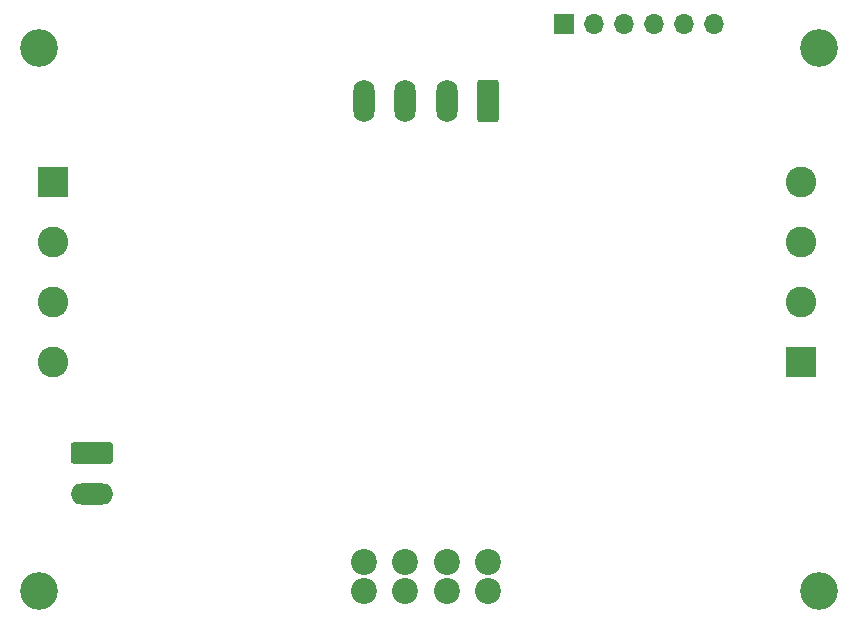
<source format=gbr>
%TF.GenerationSoftware,KiCad,Pcbnew,8.0.2*%
%TF.CreationDate,2024-10-13T21:39:52+02:00*%
%TF.ProjectId,OS-RelayDecoder-8,4f532d52-656c-4617-9944-65636f646572,rev?*%
%TF.SameCoordinates,Original*%
%TF.FileFunction,Soldermask,Bot*%
%TF.FilePolarity,Negative*%
%FSLAX46Y46*%
G04 Gerber Fmt 4.6, Leading zero omitted, Abs format (unit mm)*
G04 Created by KiCad (PCBNEW 8.0.2) date 2024-10-13 21:39:52*
%MOMM*%
%LPD*%
G01*
G04 APERTURE LIST*
G04 Aperture macros list*
%AMRoundRect*
0 Rectangle with rounded corners*
0 $1 Rounding radius*
0 $2 $3 $4 $5 $6 $7 $8 $9 X,Y pos of 4 corners*
0 Add a 4 corners polygon primitive as box body*
4,1,4,$2,$3,$4,$5,$6,$7,$8,$9,$2,$3,0*
0 Add four circle primitives for the rounded corners*
1,1,$1+$1,$2,$3*
1,1,$1+$1,$4,$5*
1,1,$1+$1,$6,$7*
1,1,$1+$1,$8,$9*
0 Add four rect primitives between the rounded corners*
20,1,$1+$1,$2,$3,$4,$5,0*
20,1,$1+$1,$4,$5,$6,$7,0*
20,1,$1+$1,$6,$7,$8,$9,0*
20,1,$1+$1,$8,$9,$2,$3,0*%
G04 Aperture macros list end*
%ADD10C,3.200000*%
%ADD11RoundRect,0.250000X-1.550000X0.650000X-1.550000X-0.650000X1.550000X-0.650000X1.550000X0.650000X0*%
%ADD12O,3.600000X1.800000*%
%ADD13RoundRect,0.250000X0.650000X1.550000X-0.650000X1.550000X-0.650000X-1.550000X0.650000X-1.550000X0*%
%ADD14O,1.800000X3.600000*%
%ADD15R,2.600000X2.600000*%
%ADD16C,2.600000*%
%ADD17C,2.200000*%
%ADD18R,1.700000X1.700000*%
%ADD19O,1.700000X1.700000*%
G04 APERTURE END LIST*
D10*
%TO.C,H104*%
X50000000Y-126000000D03*
%TD*%
%TO.C,H101*%
X116000000Y-80000000D03*
%TD*%
D11*
%TO.C,J101*%
X54432500Y-114305000D03*
D12*
X54432500Y-117805000D03*
%TD*%
D13*
%TO.C,J701*%
X88000000Y-84500000D03*
D14*
X84500000Y-84500000D03*
X81000000Y-84500000D03*
X77500000Y-84500000D03*
%TD*%
D15*
%TO.C,J103*%
X51195000Y-91380000D03*
D16*
X51195000Y-96460000D03*
X51195000Y-101540000D03*
X51195000Y-106620000D03*
%TD*%
D10*
%TO.C,H102*%
X116000000Y-126000000D03*
%TD*%
D17*
%TO.C,J702*%
X88000000Y-123500000D03*
X88000000Y-126000000D03*
X84500000Y-123500000D03*
X84500000Y-126000000D03*
X81000000Y-123500000D03*
X81000000Y-126000000D03*
X77500000Y-123500000D03*
X77500000Y-126000000D03*
%TD*%
D10*
%TO.C,H103*%
X50000000Y-80000000D03*
%TD*%
D18*
%TO.C,J202*%
X94460000Y-78000000D03*
D19*
X97000000Y-78000000D03*
X99540000Y-78000000D03*
X102080000Y-78000000D03*
X104620000Y-78000000D03*
X107160000Y-78000000D03*
%TD*%
D15*
%TO.C,J102*%
X114500000Y-106620000D03*
D16*
X114500000Y-101540000D03*
X114500000Y-96460000D03*
X114500000Y-91380000D03*
%TD*%
M02*

</source>
